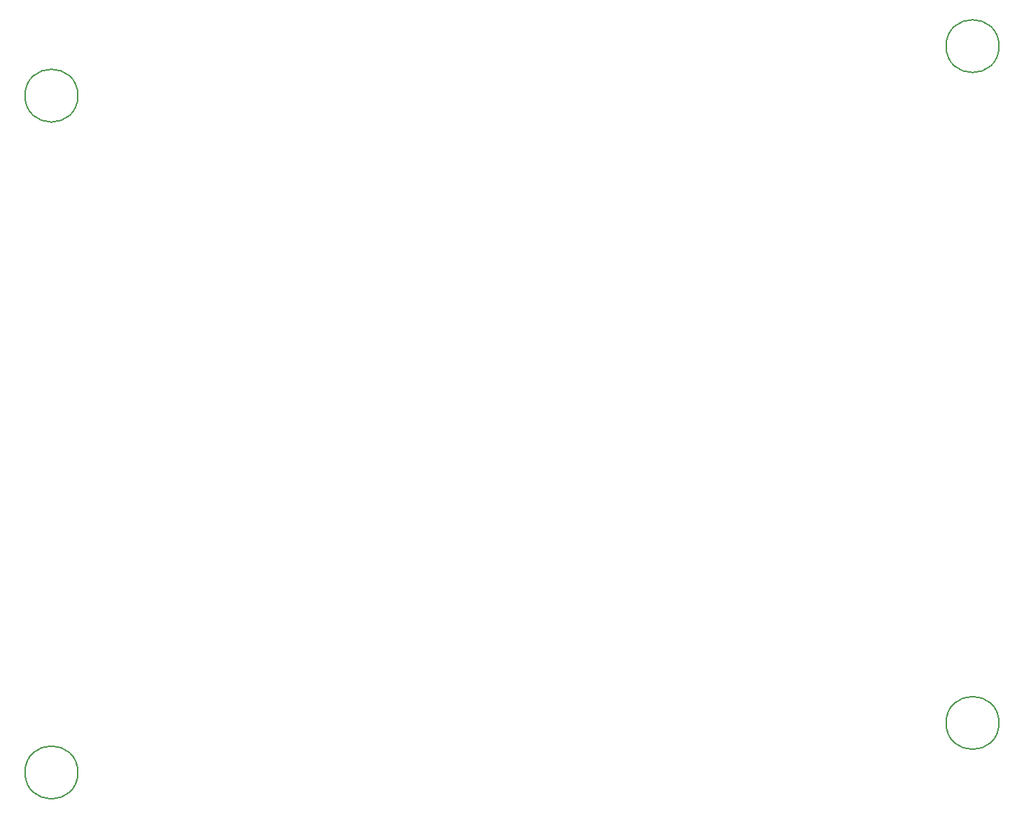
<source format=gbr>
%TF.GenerationSoftware,KiCad,Pcbnew,7.0.7*%
%TF.CreationDate,2023-12-29T22:10:29+01:00*%
%TF.ProjectId,sidePanels,73696465-5061-46e6-956c-732e6b696361,rev?*%
%TF.SameCoordinates,Original*%
%TF.FileFunction,Other,Comment*%
%FSLAX46Y46*%
G04 Gerber Fmt 4.6, Leading zero omitted, Abs format (unit mm)*
G04 Created by KiCad (PCBNEW 7.0.7) date 2023-12-29 22:10:29*
%MOMM*%
%LPD*%
G01*
G04 APERTURE LIST*
%ADD10C,0.150000*%
G04 APERTURE END LIST*
D10*
%TO.C,REF\u002A\u002A*%
X191804945Y-51360107D02*
G75*
G03*
X191804945Y-51360107I-3200000J0D01*
G01*
X80304945Y-139360107D02*
G75*
G03*
X80304945Y-139360107I-3200000J0D01*
G01*
X80304945Y-57360107D02*
G75*
G03*
X80304945Y-57360107I-3200000J0D01*
G01*
X191804945Y-133360107D02*
G75*
G03*
X191804945Y-133360107I-3200000J0D01*
G01*
%TD*%
M02*

</source>
